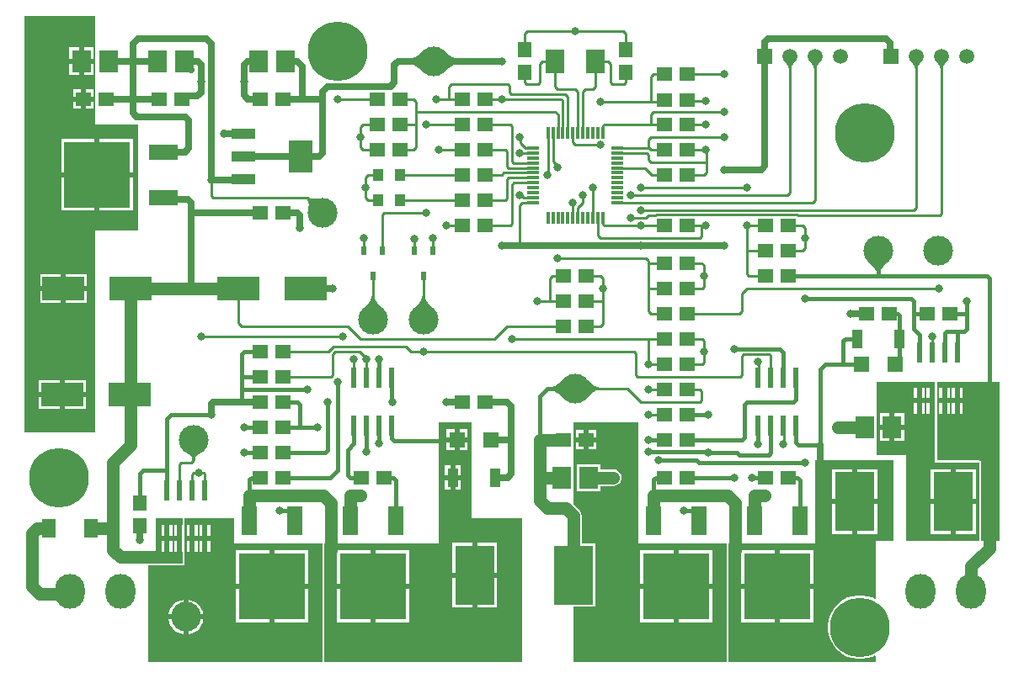
<source format=gtl>
G04*
G04 #@! TF.GenerationSoftware,Altium Limited,Altium Designer,23.3.1 (30)*
G04*
G04 Layer_Physical_Order=1*
G04 Layer_Color=255*
%FSLAX45Y45*%
%MOMM*%
G71*
G04*
G04 #@! TF.SameCoordinates,784FB100-AB39-434A-9190-0E81AD2A1C3A*
G04*
G04*
G04 #@! TF.FilePolarity,Positive*
G04*
G01*
G75*
%ADD10C,0.25400*%
%ADD19R,0.60000X2.15000*%
%ADD20R,1.52400X1.42240*%
%ADD21R,1.42240X1.52400*%
%ADD22R,4.00000X6.00000*%
%ADD23R,1.10000X1.95000*%
%ADD24R,1.19380X0.30480*%
%ADD25R,0.30480X1.19380*%
%ADD26R,1.00000X1.30000*%
%ADD27R,1.62560X1.62560*%
%ADD28R,0.60000X0.95000*%
%ADD29R,1.90000X2.40000*%
%ADD30R,1.95000X2.30000*%
%ADD31R,2.40000X1.00000*%
%ADD32R,2.40000X3.30000*%
%ADD33R,6.69999X6.70000*%
%ADD34R,3.00000X1.60000*%
%ADD35R,1.40000X1.95000*%
%ADD36R,4.20000X2.35000*%
%ADD37R,1.60000X3.00000*%
%ADD38R,6.70000X6.69999*%
%ADD62C,1.27000*%
%ADD63C,0.38100*%
%ADD64C,0.63500*%
%ADD65C,6.00000*%
%ADD66O,3.00000X3.50000*%
%ADD67C,3.00000*%
%ADD68C,1.50000*%
%ADD69R,1.50000X1.50000*%
%ADD70C,0.81280*%
G36*
X4286940Y6187082D02*
X4314530Y6163642D01*
X4327902Y6154120D01*
X4340991Y6146062D01*
X4353798Y6139470D01*
X4366322Y6134343D01*
X4378564Y6130680D01*
X4390524Y6128483D01*
X4402201Y6127750D01*
Y6064250D01*
X4390524Y6063517D01*
X4378564Y6061320D01*
X4366322Y6057657D01*
X4353798Y6052530D01*
X4340991Y6045938D01*
X4327902Y6037880D01*
X4314530Y6028358D01*
X4300876Y6017370D01*
X4272721Y5991000D01*
Y6201000D01*
X4286940Y6187082D01*
D02*
G37*
G36*
X4058479Y5991000D02*
X4044260Y6004918D01*
X4016670Y6028358D01*
X4003298Y6037880D01*
X3990209Y6045938D01*
X3977402Y6052530D01*
X3964878Y6057657D01*
X3952636Y6061320D01*
X3940676Y6063517D01*
X3928999Y6064250D01*
Y6127750D01*
X3940676Y6128483D01*
X3952636Y6130680D01*
X3964878Y6134343D01*
X3977402Y6139470D01*
X3990209Y6146062D01*
X4003298Y6154120D01*
X4016670Y6163642D01*
X4030324Y6174630D01*
X4058479Y6201000D01*
Y5991000D01*
D02*
G37*
G36*
X2911842Y4727020D02*
X2919850Y4721716D01*
X2928606Y4717469D01*
X2938107Y4714278D01*
X2948356Y4712143D01*
X2959351Y4711064D01*
X2971093Y4711042D01*
X2983582Y4712076D01*
X2996817Y4714167D01*
X3010799Y4717314D01*
X2902686Y4609201D01*
X2905833Y4623183D01*
X2907924Y4636418D01*
X2908958Y4648907D01*
X2908936Y4660649D01*
X2907857Y4671644D01*
X2905722Y4681893D01*
X2902531Y4691394D01*
X2898284Y4700150D01*
X2892980Y4708158D01*
X2886620Y4715420D01*
X2904580Y4733380D01*
X2911842Y4727020D01*
D02*
G37*
G36*
X4077623Y3725782D02*
X4080392Y3715950D01*
X4085007Y3705147D01*
X4091468Y3693371D01*
X4099775Y3680623D01*
X4109928Y3666902D01*
X4135772Y3636546D01*
X4169000Y3602302D01*
X3959000D01*
X3976537Y3619910D01*
X4018072Y3666902D01*
X4028225Y3680623D01*
X4036532Y3693371D01*
X4042993Y3705147D01*
X4047608Y3715950D01*
X4050377Y3725782D01*
X4051300Y3734642D01*
X4076700D01*
X4077623Y3725782D01*
D02*
G37*
G36*
X3569631Y3725855D02*
X3572422Y3715959D01*
X3577075Y3705156D01*
X3583589Y3693448D01*
X3591964Y3680834D01*
X3602200Y3667314D01*
X3628255Y3637556D01*
X3644074Y3621318D01*
X3661755Y3604174D01*
X3451789Y3600394D01*
X3469176Y3618471D01*
X3510356Y3666467D01*
X3520422Y3680386D01*
X3528658Y3693265D01*
X3535064Y3705105D01*
X3539640Y3715905D01*
X3542385Y3725666D01*
X3543300Y3734387D01*
X3568700Y3734846D01*
X3569631Y3725855D01*
D02*
G37*
G36*
X762000Y5461000D02*
X1193800D01*
Y4394200D01*
X762000D01*
Y2362200D01*
X50800Y2362200D01*
Y6553200D01*
X762000D01*
Y5461000D01*
D02*
G37*
G36*
X1805226Y2144732D02*
X1796837Y2139595D01*
X1789436Y2134022D01*
X1783021Y2128014D01*
X1777593Y2121571D01*
X1773152Y2114691D01*
X1769698Y2107377D01*
X1767231Y2099626D01*
X1765750Y2091440D01*
X1765257Y2082819D01*
X1739857D01*
X1739363Y2091440D01*
X1737883Y2099626D01*
X1735416Y2107377D01*
X1731962Y2114691D01*
X1727521Y2121571D01*
X1722093Y2128014D01*
X1715678Y2134022D01*
X1708276Y2139595D01*
X1699888Y2144732D01*
X1690512Y2149433D01*
X1814602D01*
X1805226Y2144732D01*
D02*
G37*
G36*
X1639834Y1425301D02*
X1635857D01*
Y1292401D01*
Y1159501D01*
X1639834D01*
Y1041400D01*
X1295400D01*
Y1168400D01*
X1371600D01*
Y1498600D01*
X1639834D01*
Y1425301D01*
D02*
G37*
G36*
X4546600Y1498600D02*
X5054600D01*
Y50800D01*
X3068718D01*
Y1244600D01*
X3200400Y1244600D01*
X4216400D01*
Y2463800D01*
X4546600D01*
Y1498600D01*
D02*
G37*
G36*
X2159000Y1244600D02*
X3047568D01*
Y1176312D01*
X3048000Y1173032D01*
Y50800D01*
X1295400D01*
Y1020357D01*
X1371600D01*
X1374071Y1020682D01*
X1639834D01*
X1647763Y1022259D01*
X1654484Y1026750D01*
X1658975Y1033472D01*
X1660552Y1041400D01*
X1661172D01*
Y1498600D01*
X2159000D01*
Y1244600D01*
D02*
G37*
G36*
X6223000Y1498600D02*
Y1244600D01*
X7111741D01*
Y1176484D01*
X7112000Y1174517D01*
Y50800D01*
X5574126D01*
Y603620D01*
X5789520D01*
Y1244260D01*
X5653743D01*
Y1525805D01*
X5650863Y1547686D01*
X5646639Y1557882D01*
X5642417Y1568077D01*
X5628981Y1585586D01*
X5574126Y1640442D01*
Y2463800D01*
X6223000D01*
Y1498600D01*
D02*
G37*
G36*
X5827461Y2788838D02*
X5818602Y2787915D01*
X5808770Y2785146D01*
X5797966Y2780531D01*
X5786190Y2774070D01*
X5773442Y2765763D01*
X5759722Y2755610D01*
X5729366Y2729766D01*
X5695121Y2696538D01*
Y2906538D01*
X5712730Y2889001D01*
X5759722Y2847466D01*
X5773442Y2837313D01*
X5786190Y2829006D01*
X5797966Y2822545D01*
X5808770Y2817930D01*
X5818602Y2815161D01*
X5827461Y2814238D01*
Y2788838D01*
D02*
G37*
G36*
X5349215Y2820588D02*
X5359066Y2821448D01*
X5369654Y2824026D01*
X5380979Y2828324D01*
X5393041Y2834340D01*
X5405839Y2842076D01*
X5419373Y2851530D01*
X5433645Y2862704D01*
X5464397Y2890208D01*
X5480879Y2906538D01*
Y2696538D01*
X5464397Y2712869D01*
X5419373Y2751546D01*
X5405839Y2761001D01*
X5393041Y2768736D01*
X5380979Y2774753D01*
X5369654Y2779050D01*
X5359066Y2781629D01*
X5349215Y2782488D01*
Y2820588D01*
D02*
G37*
G36*
X9855200Y1270000D02*
X9672718D01*
Y2057400D01*
X9671141Y2065328D01*
X9666650Y2072050D01*
X9659928Y2076541D01*
X9652000Y2078118D01*
X9227596D01*
Y2870200D01*
X9855200D01*
Y1270000D01*
D02*
G37*
G36*
X9204689Y2811400D02*
X9201461D01*
Y2678500D01*
X9176061D01*
D01*
X9201461D01*
Y2545600D01*
X9204689D01*
Y2057400D01*
X9652000D01*
Y1270000D01*
X8915400D01*
Y2133600D01*
X8619643D01*
Y2870200D01*
X9204689D01*
Y2811400D01*
D02*
G37*
G36*
X8788400Y1270000D02*
X8610600D01*
Y689827D01*
X8599771Y683191D01*
X8572960Y696852D01*
X8525009Y712433D01*
X8475210Y720320D01*
X8424790D01*
X8374992Y712433D01*
X8327040Y696852D01*
X8282116Y673962D01*
X8241326Y644326D01*
X8205674Y608674D01*
X8176038Y567884D01*
X8153148Y522960D01*
X8137567Y475008D01*
X8129680Y425210D01*
Y374790D01*
X8137567Y324991D01*
X8153148Y277040D01*
X8176038Y232116D01*
X8205674Y191326D01*
X8241326Y155674D01*
X8282116Y126038D01*
X8327040Y103148D01*
X8374992Y87567D01*
X8424790Y79680D01*
X8475210D01*
X8525009Y87567D01*
X8572960Y103148D01*
X8599771Y116809D01*
X8610600Y110173D01*
Y50800D01*
X7132718D01*
Y1174517D01*
X7132451Y1175857D01*
X7132541Y1177221D01*
X7132459Y1177842D01*
Y1244600D01*
X8001000D01*
Y2082800D01*
X8788400Y2082800D01*
Y1270000D01*
D02*
G37*
G36*
X9315938Y6085564D02*
X9303202Y6070972D01*
X9298028Y6064057D01*
X9293650Y6057394D01*
X9290068Y6050985D01*
X9287282Y6044830D01*
X9285292Y6038927D01*
X9284098Y6033279D01*
X9283700Y6027883D01*
X9258300D01*
X9257902Y6033279D01*
X9256708Y6038927D01*
X9254718Y6044830D01*
X9251932Y6050985D01*
X9248350Y6057394D01*
X9243972Y6064057D01*
X9238798Y6070972D01*
X9226062Y6085564D01*
X9218500Y6093239D01*
X9323500D01*
X9315938Y6085564D01*
D02*
G37*
G36*
X9061938D02*
X9049202Y6070972D01*
X9044028Y6064057D01*
X9039650Y6057394D01*
X9036068Y6050985D01*
X9033282Y6044830D01*
X9031292Y6038927D01*
X9030098Y6033279D01*
X9029700Y6027883D01*
X9004300D01*
X9003902Y6033279D01*
X9002708Y6038927D01*
X9000718Y6044830D01*
X8997932Y6050985D01*
X8994350Y6057394D01*
X8989972Y6064057D01*
X8984798Y6070972D01*
X8972062Y6085564D01*
X8964500Y6093239D01*
X9069500D01*
X9061938Y6085564D01*
D02*
G37*
G36*
X7791938D02*
X7779202Y6070972D01*
X7774028Y6064057D01*
X7769650Y6057394D01*
X7766068Y6050985D01*
X7763282Y6044830D01*
X7761292Y6038927D01*
X7760098Y6033279D01*
X7759700Y6027883D01*
X7734300D01*
X7733902Y6033279D01*
X7732708Y6038927D01*
X7730718Y6044830D01*
X7727932Y6050985D01*
X7724350Y6057394D01*
X7719972Y6064057D01*
X7714798Y6070972D01*
X7702062Y6085564D01*
X7694500Y6093239D01*
X7799500D01*
X7791938Y6085564D01*
D02*
G37*
G36*
X8053256Y6093002D02*
X8045676Y6085374D01*
X8032909Y6070860D01*
X8027723Y6063972D01*
X8023334Y6057331D01*
X8019743Y6050937D01*
X8016951Y6044789D01*
X8014956Y6038888D01*
X8013759Y6033233D01*
X8013360Y6027825D01*
X7987960Y6027942D01*
X7987563Y6033325D01*
X7986372Y6038969D01*
X7984387Y6044872D01*
X7981608Y6051035D01*
X7978034Y6057459D01*
X7973667Y6064142D01*
X7968506Y6071086D01*
X7955801Y6085754D01*
X7948258Y6093478D01*
X8053256Y6093002D01*
D02*
G37*
G36*
X8724669Y4067697D02*
X8662786Y3998679D01*
X8658488Y3991854D01*
X8655910Y3986366D01*
X8655050Y3982215D01*
X8616950D01*
X8616090Y3986366D01*
X8613512Y3991854D01*
X8609214Y3998679D01*
X8603198Y4006841D01*
X8586008Y4027173D01*
X8547331Y4067697D01*
X8531000Y4083879D01*
X8741000D01*
X8724669Y4067697D01*
D02*
G37*
%LPC*%
G36*
X747400Y6236400D02*
X649900D01*
Y6121400D01*
X747400D01*
Y6236400D01*
D02*
G37*
G36*
X599100D02*
X501600D01*
Y6121400D01*
X599100D01*
Y6236400D01*
D02*
G37*
G36*
X747400Y6070600D02*
X649900D01*
Y5955600D01*
X747400D01*
Y6070600D01*
D02*
G37*
G36*
X599100D02*
X501600D01*
Y5955600D01*
X599100D01*
Y6070600D01*
D02*
G37*
G36*
X749300Y5811520D02*
X673100D01*
Y5740400D01*
X749300D01*
Y5811520D01*
D02*
G37*
G36*
X622300D02*
X546100D01*
Y5740400D01*
X622300D01*
Y5811520D01*
D02*
G37*
G36*
X749300Y5689600D02*
X673100D01*
Y5618480D01*
X749300D01*
Y5689600D01*
D02*
G37*
G36*
X622300D02*
X546100D01*
Y5618480D01*
X622300D01*
Y5689600D01*
D02*
G37*
G36*
X1142554Y5313400D02*
X807554D01*
Y4978400D01*
X1142554D01*
Y5313400D01*
D02*
G37*
G36*
X756754D02*
X421755D01*
Y4978400D01*
X756754D01*
Y5313400D01*
D02*
G37*
G36*
X1142554Y4927600D02*
X807554D01*
Y4592600D01*
X1142554D01*
Y4927600D01*
D02*
G37*
G36*
X756754D02*
X421755D01*
Y4592600D01*
X756754D01*
Y4927600D01*
D02*
G37*
G36*
X680054Y3952900D02*
X470054D01*
Y3835400D01*
X680054D01*
Y3952900D01*
D02*
G37*
G36*
X419254D02*
X209255D01*
Y3835400D01*
X419254D01*
Y3952900D01*
D02*
G37*
G36*
X680054Y3784600D02*
X470054D01*
Y3667100D01*
X680054D01*
Y3784600D01*
D02*
G37*
G36*
X419254D02*
X209255D01*
Y3667100D01*
X419254D01*
Y3784600D01*
D02*
G37*
G36*
X668400Y2884380D02*
X458400D01*
Y2766880D01*
X668400D01*
Y2884380D01*
D02*
G37*
G36*
X407600D02*
X197600D01*
Y2766880D01*
X407600D01*
Y2884380D01*
D02*
G37*
G36*
X668400Y2716080D02*
X458400D01*
Y2598580D01*
X668400D01*
Y2716080D01*
D02*
G37*
G36*
X407600D02*
X197600D01*
Y2598580D01*
X407600D01*
Y2716080D01*
D02*
G37*
G36*
X1538856Y1425301D02*
X1508857D01*
Y1317801D01*
X1538856D01*
Y1425301D01*
D02*
G37*
G36*
X1458057D02*
X1428057D01*
Y1317801D01*
X1458057D01*
Y1425301D01*
D02*
G37*
G36*
X1585057D02*
X1555057D01*
Y1317801D01*
X1585057D01*
Y1425301D01*
D02*
G37*
G36*
Y1267001D02*
X1555057D01*
Y1159501D01*
X1585057D01*
Y1267001D01*
D02*
G37*
G36*
X1538856D02*
X1508857D01*
Y1159501D01*
X1538856D01*
Y1267001D01*
D02*
G37*
G36*
X1458057D02*
X1428057D01*
Y1159501D01*
X1458057D01*
Y1267001D01*
D02*
G37*
G36*
X4508500Y2392680D02*
X4427220D01*
Y2311400D01*
X4508500D01*
Y2392680D01*
D02*
G37*
G36*
X4376420D02*
X4295140D01*
Y2311400D01*
X4376420D01*
Y2392680D01*
D02*
G37*
G36*
X4508500Y2260600D02*
X4427220D01*
Y2179320D01*
X4508500D01*
Y2260600D01*
D02*
G37*
G36*
X4376420D02*
X4295140D01*
Y2179320D01*
X4376420D01*
Y2260600D01*
D02*
G37*
G36*
X4437400Y2027900D02*
X4382400D01*
Y1930400D01*
X4437400D01*
Y2027900D01*
D02*
G37*
G36*
X4331600D02*
X4276600D01*
Y1930400D01*
X4331600D01*
Y2027900D01*
D02*
G37*
G36*
X4437400Y1879600D02*
X4382400D01*
Y1782100D01*
X4437400D01*
Y1879600D01*
D02*
G37*
G36*
X4331600D02*
X4276600D01*
Y1782100D01*
X4331600D01*
Y1879600D01*
D02*
G37*
G36*
X4804600Y1249340D02*
X4604600D01*
Y949340D01*
X4804600D01*
Y1249340D01*
D02*
G37*
G36*
X4553800D02*
X4353800D01*
Y949340D01*
X4553800D01*
Y1249340D01*
D02*
G37*
G36*
X3916400Y1170899D02*
X3581400D01*
Y835900D01*
X3916400D01*
Y1170899D01*
D02*
G37*
G36*
X3530600D02*
X3195600D01*
Y835900D01*
X3530600D01*
Y1170899D01*
D02*
G37*
G36*
X4804600Y898540D02*
X4604600D01*
Y598540D01*
X4804600D01*
Y898540D01*
D02*
G37*
G36*
X4553800D02*
X4353800D01*
Y598540D01*
X4553800D01*
Y898540D01*
D02*
G37*
G36*
X3916400Y785100D02*
X3581400D01*
Y450101D01*
X3916400D01*
Y785100D01*
D02*
G37*
G36*
X3530600D02*
X3195600D01*
Y450101D01*
X3530600D01*
Y785100D01*
D02*
G37*
G36*
X1919856Y1425301D02*
X1889857D01*
Y1317801D01*
X1919856D01*
Y1425301D01*
D02*
G37*
G36*
X1792856D02*
X1762857D01*
Y1317801D01*
X1792856D01*
Y1425301D01*
D02*
G37*
G36*
X1839057D02*
X1809057D01*
Y1317801D01*
X1839057D01*
Y1425301D01*
D02*
G37*
G36*
X1712057D02*
X1682057D01*
Y1317801D01*
X1712057D01*
Y1425301D01*
D02*
G37*
G36*
X1919856Y1267001D02*
X1889857D01*
Y1159501D01*
X1919856D01*
Y1267001D01*
D02*
G37*
G36*
X1839057D02*
X1809057D01*
Y1159501D01*
X1839057D01*
Y1267001D01*
D02*
G37*
G36*
X1792856D02*
X1762857D01*
Y1159501D01*
X1792856D01*
Y1267001D01*
D02*
G37*
G36*
X1712057D02*
X1682057D01*
Y1159501D01*
X1712057D01*
Y1267001D01*
D02*
G37*
G36*
X2900400Y1170899D02*
X2565400D01*
Y835900D01*
X2900400D01*
Y1170899D01*
D02*
G37*
G36*
X2514600D02*
X2179600D01*
Y835900D01*
X2514600D01*
Y1170899D01*
D02*
G37*
G36*
X1699357Y676062D02*
Y527678D01*
X1847740D01*
X1842616Y553440D01*
X1829394Y585361D01*
X1810199Y614089D01*
X1785767Y638520D01*
X1757039Y657715D01*
X1725119Y670937D01*
X1699357Y676062D01*
D02*
G37*
G36*
X1648557D02*
X1622794Y670937D01*
X1590874Y657715D01*
X1562146Y638520D01*
X1537714Y614089D01*
X1518519Y585361D01*
X1505297Y553440D01*
X1500173Y527678D01*
X1648557D01*
Y676062D01*
D02*
G37*
G36*
X2900400Y785100D02*
X2565400D01*
Y450101D01*
X2900400D01*
Y785100D01*
D02*
G37*
G36*
X2514600D02*
X2179600D01*
Y450101D01*
X2514600D01*
Y785100D01*
D02*
G37*
G36*
X1847740Y476878D02*
X1699357D01*
Y328494D01*
X1725119Y333619D01*
X1757039Y346841D01*
X1785767Y366036D01*
X1810199Y390467D01*
X1829394Y419195D01*
X1842616Y451116D01*
X1847740Y476878D01*
D02*
G37*
G36*
X1648557D02*
X1500173D01*
X1505297Y451116D01*
X1518519Y419195D01*
X1537714Y390467D01*
X1562146Y366036D01*
X1590874Y346841D01*
X1622794Y333619D01*
X1648557Y328494D01*
Y476878D01*
D02*
G37*
G36*
X5803900Y2382520D02*
X5727700D01*
Y2311400D01*
X5803900D01*
Y2382520D01*
D02*
G37*
G36*
X5676900D02*
X5600700D01*
Y2311400D01*
X5676900D01*
Y2382520D01*
D02*
G37*
G36*
X5803900Y2260600D02*
X5727700D01*
Y2189480D01*
X5803900D01*
Y2260600D01*
D02*
G37*
G36*
X5676900D02*
X5600700D01*
Y2189480D01*
X5676900D01*
Y2260600D01*
D02*
G37*
G36*
X5843320Y2036339D02*
X5607680D01*
Y1765699D01*
X5843320D01*
Y1820457D01*
X5969000D01*
X5990881Y1823337D01*
X6011272Y1831783D01*
X6028781Y1845219D01*
X6042217Y1862728D01*
X6050663Y1883119D01*
X6053543Y1905000D01*
X6050663Y1926881D01*
X6042217Y1947272D01*
X6028781Y1964781D01*
X6011272Y1978217D01*
X5990881Y1986663D01*
X5969000Y1989543D01*
X5843320D01*
Y2036339D01*
D02*
G37*
G36*
X6964400Y1170899D02*
X6629400D01*
Y835900D01*
X6964400D01*
Y1170899D01*
D02*
G37*
G36*
X6578600D02*
X6243600D01*
Y835900D01*
X6578600D01*
Y1170899D01*
D02*
G37*
G36*
X6964400Y785100D02*
X6629400D01*
Y450101D01*
X6964400D01*
Y785100D01*
D02*
G37*
G36*
X6578600D02*
X6243600D01*
Y450101D01*
X6578600D01*
Y785100D01*
D02*
G37*
G36*
X9358461Y2811400D02*
X9328461D01*
Y2703900D01*
X9358461D01*
Y2811400D01*
D02*
G37*
G36*
X9485461D02*
X9455461D01*
Y2703900D01*
X9485461D01*
Y2811400D01*
D02*
G37*
G36*
X9277661D02*
X9247661D01*
Y2703900D01*
X9277661D01*
Y2811400D01*
D02*
G37*
G36*
X9404661D02*
X9374661D01*
Y2703900D01*
X9404661D01*
Y2811400D01*
D02*
G37*
G36*
X9485461Y2653100D02*
X9455461D01*
Y2545600D01*
X9485461D01*
Y2653100D01*
D02*
G37*
G36*
X9404661D02*
X9374661D01*
Y2545600D01*
X9404661D01*
Y2653100D01*
D02*
G37*
G36*
X9358461D02*
X9328461D01*
Y2545600D01*
X9358461D01*
Y2653100D01*
D02*
G37*
G36*
X9277661D02*
X9247661D01*
Y2545600D01*
X9277661D01*
Y2653100D01*
D02*
G37*
G36*
X9104461Y2811400D02*
X9074461D01*
Y2703900D01*
X9104461D01*
Y2811400D01*
D02*
G37*
G36*
X9150661D02*
X9120661D01*
Y2703900D01*
X9150661D01*
Y2811400D01*
D02*
G37*
G36*
X9023661D02*
X8993661D01*
Y2703900D01*
X9023661D01*
Y2811400D01*
D02*
G37*
G36*
X9150661Y2653100D02*
X9120661D01*
Y2545600D01*
X9150661D01*
Y2653100D01*
D02*
G37*
G36*
X9104461D02*
X9074461D01*
Y2545600D01*
X9104461D01*
Y2653100D01*
D02*
G37*
G36*
X9023661D02*
X8993661D01*
Y2545600D01*
X9023661D01*
Y2653100D01*
D02*
G37*
G36*
X8896400Y2553400D02*
X8798900D01*
Y2438400D01*
X8896400D01*
Y2553400D01*
D02*
G37*
G36*
X8748100D02*
X8650600D01*
Y2438400D01*
X8748100D01*
Y2553400D01*
D02*
G37*
G36*
X8896400Y2387600D02*
X8798900D01*
Y2272600D01*
X8896400D01*
Y2387600D01*
D02*
G37*
G36*
X8748100D02*
X8650600D01*
Y2272600D01*
X8748100D01*
Y2387600D01*
D02*
G37*
G36*
X9614800Y1989100D02*
X9414800D01*
Y1689100D01*
X9614800D01*
Y1989100D01*
D02*
G37*
G36*
X9364000D02*
X9164000D01*
Y1689100D01*
X9364000D01*
Y1989100D01*
D02*
G37*
G36*
X9614800Y1638300D02*
X9414800D01*
Y1338300D01*
X9614800D01*
Y1638300D01*
D02*
G37*
G36*
X9364000D02*
X9164000D01*
Y1338300D01*
X9364000D01*
Y1638300D01*
D02*
G37*
G36*
X8624800Y1989100D02*
X8424800D01*
Y1689100D01*
X8624800D01*
Y1989100D01*
D02*
G37*
G36*
X8374000D02*
X8174000D01*
Y1689100D01*
X8374000D01*
Y1989100D01*
D02*
G37*
G36*
X8624800Y1638300D02*
X8424800D01*
Y1338300D01*
X8624800D01*
Y1638300D01*
D02*
G37*
G36*
X8374000D02*
X8174000D01*
Y1338300D01*
X8374000D01*
Y1638300D01*
D02*
G37*
G36*
X7980400Y1170899D02*
X7645400D01*
Y835900D01*
X7980400D01*
Y1170899D01*
D02*
G37*
G36*
X7594600D02*
X7259600D01*
Y835900D01*
X7594600D01*
Y1170899D01*
D02*
G37*
G36*
X7980400Y785100D02*
X7645400D01*
Y450101D01*
X7980400D01*
Y785100D01*
D02*
G37*
G36*
X7594600D02*
X7259600D01*
Y450101D01*
X7594600D01*
Y785100D01*
D02*
G37*
%LPD*%
D10*
X3326000Y1475500D02*
X3327400Y1476900D01*
X8000660Y4698660D02*
Y6146460D01*
X7975260Y4673260D02*
X8000660Y4698660D01*
X6015880Y4673260D02*
X7975260D01*
X6015540Y4672920D02*
X6015880Y4673260D01*
X8000660Y6146460D02*
X8001000Y6146800D01*
X7721600Y4749800D02*
X7747000Y4775200D01*
X6146800Y4749800D02*
X7721600D01*
X7747000Y4775200D02*
Y6146800D01*
X6248400Y4826000D02*
X7315200D01*
X9017000Y4622800D02*
Y6146800D01*
X8991600Y4597400D02*
X9017000Y4622800D01*
X6248400Y4597400D02*
X8991600D01*
X9256121Y4546600D02*
X9271000Y4561479D01*
X6324600Y4546600D02*
X6397283D01*
X6399823Y4549140D01*
X7824177D01*
X9271000Y4561479D02*
Y6146800D01*
X7824177Y4549140D02*
X7826717Y4546600D01*
X9256121D01*
X5088504Y5223896D02*
X5164564D01*
X5165540Y5222920D01*
X5039892Y5272508D02*
X5088504Y5223896D01*
X5039892Y5272508D02*
Y5323308D01*
X4686300Y5207000D02*
X4887321D01*
X4686300Y5461000D02*
X4936863D01*
X4902200Y5037799D02*
Y5192121D01*
X4887321Y5207000D02*
X4902200Y5192121D01*
X5025432Y5172920D02*
X5165540D01*
X4936863Y5461000D02*
X4951742Y5446121D01*
X4902200Y5037799D02*
X4917079Y5022920D01*
X5025402Y5172951D02*
X5025432Y5172920D01*
X4951742Y5089057D02*
X4967879Y5072920D01*
X4951742Y5089057D02*
Y5446121D01*
X5029200Y5334000D02*
X5039892Y5323308D01*
X3364092Y2910908D02*
Y3092576D01*
X3362684Y3093984D02*
X3364092Y3092576D01*
Y2910908D02*
X3365500Y2909500D01*
X4064000Y3175000D02*
X6182721D01*
X6197600Y2935879D02*
Y3160121D01*
X3937000Y3175000D02*
X4064000D01*
X6182721D02*
X6197600Y3160121D01*
X3886200Y3225800D02*
X3937000Y3175000D01*
X3154740Y3225800D02*
X3886200D01*
X7734300Y3937000D02*
X7739009Y3932291D01*
X4159751Y4192751D02*
Y4314194D01*
X4159000Y4192000D02*
X4159751Y4192751D01*
Y4314194D02*
X4160502Y4314945D01*
X3460987Y4192013D02*
X3461000Y4192000D01*
X3460974Y4317326D02*
X3460987Y4317313D01*
Y4192013D02*
Y4317313D01*
X3969000Y4192000D02*
X3969572Y4192571D01*
Y4310629D02*
X3970143Y4311200D01*
X3969572Y4192571D02*
Y4310629D01*
X6718300Y5969000D02*
X7086600D01*
X6720125Y5700475D02*
X6902574D01*
X6718300Y5702300D02*
X6720125Y5700475D01*
X6718300Y5461000D02*
X6721601Y5457699D01*
X6718300Y5207000D02*
X6721601Y5203699D01*
X6903843D01*
X6908800Y5080000D02*
Y5198742D01*
X6903843Y5203699D02*
X6908800Y5198742D01*
X6721601Y5457699D02*
X6903843D01*
X6903273Y4445000D02*
X6904920Y4443354D01*
X6858000Y4445000D02*
X6903273D01*
X6299200Y4521200D02*
X6324600Y4546600D01*
X7429886Y3068877D02*
X7430272Y3069263D01*
X7429500Y2909500D02*
X7429886Y2909886D01*
Y3068877D01*
X6096000Y5882279D02*
Y5981700D01*
X5943600Y5882279D02*
Y6070600D01*
Y5882279D02*
X5958479Y5867400D01*
X6081121D01*
X6096000Y5882279D01*
X5080000D02*
X5094879Y5867400D01*
X5217521D01*
X5232400Y5882279D02*
Y6070600D01*
X5217521Y5867400D02*
X5232400Y5882279D01*
X5080000D02*
Y5981700D01*
X7315200Y3810000D02*
X9245600D01*
X7264400Y3759200D02*
X7315200Y3810000D01*
X7264400Y3581400D02*
Y3759200D01*
X7239000Y3556000D02*
X7264400Y3581400D01*
X6718300Y3556000D02*
X7239000D01*
X9175955Y3163606D02*
Y3329447D01*
Y3163606D02*
X9176061Y3163500D01*
X9175850Y3329552D02*
X9175955Y3329447D01*
X3200400Y5715000D02*
X3600804D01*
X2202500Y3461700D02*
Y3810000D01*
X2235200Y3429000D02*
X3302000D01*
X2202500Y3461700D02*
X2235200Y3429000D01*
X6858000Y4332879D02*
Y4445000D01*
X6883400Y3175000D02*
Y3287121D01*
Y3062879D02*
Y3175000D01*
X4851400Y5715000D02*
X5450661D01*
X4686300D02*
X4851400D01*
X4292600Y4445000D02*
X4457700D01*
X7683500Y2424500D02*
X7684662Y2423338D01*
Y2243832D02*
Y2423338D01*
Y2243832D02*
X7685824Y2242671D01*
X3175000Y3175000D02*
X3416676D01*
X3489276Y3102400D01*
X3149600Y3149600D02*
X3175000Y3175000D01*
X3149600Y2935879D02*
Y3149600D01*
X3490888Y2911112D02*
X3492500Y2909500D01*
X3490888Y2911112D02*
Y3100788D01*
X6197600Y2935879D02*
X6212479Y2921000D01*
X7249521D01*
X7264400Y3134721D02*
X7279279Y3149600D01*
X7541621D01*
X7556500Y3134721D01*
X7264400Y2935879D02*
Y3134721D01*
X7556500Y2909500D02*
Y3134721D01*
X7249521Y2921000D02*
X7264400Y2935879D01*
X6324600Y3048000D02*
Y3302000D01*
Y3048000D02*
X6489700D01*
X6324600Y3302000D02*
X6489700D01*
X4953000D02*
X6324600D01*
Y2794000D02*
X6489700D01*
X3429000Y3302000D02*
X4775200D01*
X4902200Y3429000D01*
X5473700D01*
X6113862Y2801538D02*
X6248400Y2667000D01*
X5588000Y2801538D02*
X6113862D01*
X6248400Y2667000D02*
X6843121D01*
X7390000Y1475500D02*
X7391400Y1476900D01*
X6843121Y2667000D02*
X6858000Y2681879D01*
X6843121Y2794000D02*
X6858000Y2779121D01*
X6718300Y2794000D02*
X6843121D01*
X6858000Y2681879D02*
Y2779121D01*
X6718300Y3048000D02*
X6868521D01*
X6883400Y3062879D01*
X6868521Y3302000D02*
X6883400Y3287121D01*
X6718300Y3302000D02*
X6868521D01*
X6324600Y2540000D02*
X6489700D01*
X1930400Y4739279D02*
Y4902200D01*
X2895600Y4724400D02*
X3048000Y4572000D01*
X1945279Y4724400D02*
X2895600D01*
X1930400Y4739279D02*
X1945279Y4724400D01*
X2654300Y3175000D02*
X3103940D01*
X3154740Y3225800D01*
X2654300Y2921000D02*
X3134721D01*
X3149600Y2935879D01*
X3302000Y3429000D02*
X3429000Y3302000D01*
X1828800Y3327400D02*
X3251200D01*
X4064000Y3495180D02*
Y3937000D01*
X6375400Y5588000D02*
X7086600D01*
X6248400Y4445000D02*
X6489700D01*
X5880419D02*
X6248400D01*
X6350000Y5334000D02*
X7086600D01*
X5842000Y4318000D02*
X6843121D01*
X5815540Y4344460D02*
Y4522920D01*
X6843121Y4318000D02*
X6858000Y4332879D01*
X5815540Y4344460D02*
X5842000Y4318000D01*
X6324600Y3581400D02*
X6350000Y3556000D01*
X6324600Y3581400D02*
Y3810000D01*
X6350000Y3556000D02*
X6489700D01*
X6483350Y3041650D02*
X6489700Y3048000D01*
X5029200Y4648200D02*
X5053920Y4672920D01*
X5029200Y4241800D02*
Y4648200D01*
X5410200Y4114800D02*
X6299200D01*
X6324600Y4064000D02*
Y4089400D01*
X6299200Y4114800D02*
X6324600Y4089400D01*
Y3810000D02*
X6512226D01*
X6324600D02*
Y4064000D01*
X6489700D01*
X5865540Y4459879D02*
Y4522920D01*
Y4459879D02*
X5880419Y4445000D01*
X5053920Y4672920D02*
X5165540D01*
X5163800Y4724660D02*
X5165540Y4722920D01*
X5044321Y4749800D02*
X5069461Y4724660D01*
X5163800D01*
X5029200Y4749800D02*
X5044321D01*
X4912721Y5867400D02*
X4927600Y5852521D01*
X4343400Y5867400D02*
X4912721D01*
X4942479Y5765800D02*
X5486400D01*
X4927600Y5780679D02*
Y5852521D01*
Y5780679D02*
X4942479Y5765800D01*
X3556000Y3497880D02*
X3558700Y3495180D01*
X3556000Y3497880D02*
Y3937000D01*
X3651000Y4192000D02*
Y4557121D01*
X3665879Y4572000D01*
X4089400D01*
X1610457Y1777401D02*
Y2042257D01*
X1727138Y2057400D02*
X1752557Y2082819D01*
X1610457Y2042257D02*
X1625600Y2057400D01*
X1727138D01*
X1803400Y1955800D02*
X1854200D01*
X3429000Y5334000D02*
Y5435600D01*
Y5232400D02*
Y5334000D01*
X1854200Y1955800D02*
X1864457Y1945543D01*
Y1777401D02*
Y1945543D01*
X1752600Y1955800D02*
X1803400D01*
X1737457Y1777401D02*
Y1940657D01*
X1752600Y1955800D01*
X1752557Y2082819D02*
Y2286000D01*
X3454400Y5461000D02*
X3600804D01*
X3429000Y5435600D02*
X3454400Y5461000D01*
X3429000Y5232400D02*
X3454400Y5207000D01*
X3600804D01*
X7899400Y4216400D02*
Y4318000D01*
X7734300Y4191000D02*
X7874000D01*
X7899400Y4216400D01*
Y4318000D02*
Y4419600D01*
X7874000Y4445000D02*
X7899400Y4419600D01*
X7734300Y4445000D02*
X7874000D01*
X6146800Y4521200D02*
X6299200D01*
X7315200Y4191000D02*
Y4445000D01*
X7505700D01*
X7315200Y3951879D02*
X7330079Y3937000D01*
X7315200Y3951879D02*
Y4191000D01*
X7330079Y3937000D02*
X7505700D01*
X7315200Y4191000D02*
X7505700D01*
X6290601Y5022920D02*
X6360521Y4953000D01*
X6489700D01*
X5308600D02*
X5315540Y4959940D01*
Y5372920D01*
X5365540Y5088981D02*
Y5372920D01*
Y5088981D02*
X5410200Y5044321D01*
Y5029200D02*
Y5044321D01*
X6868521Y3810000D02*
X6883400Y3824879D01*
Y3937000D01*
X6718300Y3810000D02*
X6868521D01*
X6880860Y3939540D02*
Y4041140D01*
X6718300Y4064000D02*
X6858000D01*
X6880860Y4041140D01*
Y3939540D02*
X6883400Y3937000D01*
X5565540Y5280260D02*
Y5372920D01*
Y5280260D02*
X5588000Y5257800D01*
X5836415D01*
X5334000Y3683000D02*
X5473700D01*
X5207000D02*
X5334000D01*
Y3911600D01*
X5359400Y3937000D01*
X5473700D01*
X5867400Y3683000D02*
Y3810000D01*
Y3454400D02*
Y3683000D01*
X5702300D02*
X5867400D01*
X5702300Y3429000D02*
X5842000D01*
X5867400Y3454400D01*
X5702300Y3937000D02*
X5842000D01*
X5867400Y3810000D02*
Y3911600D01*
X5842000Y3937000D02*
X5867400Y3911600D01*
X6908800Y4978400D02*
Y5080000D01*
X6883400Y4953000D02*
X6908800Y4978400D01*
X6718300Y4953000D02*
X6883400D01*
X5765670Y4825870D02*
X5765800Y4826000D01*
X5765670Y4523050D02*
Y4825870D01*
X5615540Y4620710D02*
X5664200Y4669370D01*
Y4749800D01*
X5615540Y4522920D02*
Y4620710D01*
X5564070Y4524390D02*
X5565540Y4522920D01*
X5564070Y4524390D02*
Y4672130D01*
X5562600Y4673600D02*
X5564070Y4672130D01*
X6718300Y4445000D02*
X6858000D01*
X5765540Y4522920D02*
X5765670Y4523050D01*
X3987800Y5588000D02*
Y5689600D01*
Y5461000D02*
Y5588000D01*
Y5232400D02*
Y5461000D01*
X3829404D02*
X3987800D01*
X3829404Y5207000D02*
X3962400D01*
X3987800Y5232400D01*
X3829404Y5715000D02*
X3962400D01*
X3987800Y5689600D01*
Y5588000D02*
X5384800D01*
X5415540Y5557260D01*
Y5372920D02*
Y5557260D01*
X4089400Y5461000D02*
X4457700D01*
X4216400Y5207000D02*
X4457700D01*
X3825104Y4699000D02*
X4457700D01*
X3825104Y4953000D02*
X4457700D01*
X3479800Y4724400D02*
X3505200Y4699000D01*
X3479800Y4724400D02*
Y4826000D01*
X3505200Y4699000D02*
X3605104D01*
X3479800Y4826000D02*
Y4927600D01*
X3505200Y4953000D01*
X3605104D01*
X4318000Y5715000D02*
Y5842000D01*
Y5715000D02*
X4457700D01*
X4191000D02*
X4318000D01*
Y5842000D02*
X4343400Y5867400D01*
X5486400Y5765800D02*
X5515540Y5736660D01*
Y5372920D02*
Y5736660D01*
X5465540Y5372920D02*
Y5700121D01*
X5450661Y5715000D02*
X5465540Y5700121D01*
X5615540Y5372920D02*
Y5789060D01*
X5665540Y5792540D02*
X5691400Y5818400D01*
X5665540Y5372920D02*
Y5792540D01*
X5691400Y5818400D02*
X5767600D01*
X5586200Y5818400D02*
X5615540Y5789060D01*
X6324600Y5222920D02*
X6334080D01*
X6015540D02*
X6324600D01*
Y5308600D01*
X6350000Y5334000D01*
Y5461000D02*
X6489700D01*
X5880419D02*
X6350000D01*
Y5562600D02*
X6375400Y5588000D01*
X6350000Y5461000D02*
Y5562600D01*
Y5689600D02*
X6477000D01*
X5842000D02*
X6350000D01*
Y5943600D01*
X6375400Y5969000D01*
X6489700D01*
X6477000Y5689600D02*
X6489700Y5702300D01*
X5836415Y5257800D02*
X5841273Y5252942D01*
X5865540Y5446121D02*
X5880419Y5461000D01*
X5865540Y5372920D02*
Y5446121D01*
X6350000Y5080000D02*
X6908800D01*
X6324600Y5105400D02*
X6350000Y5080000D01*
X6324600Y5105400D02*
Y5156200D01*
X6015540Y5172920D02*
X6307880D01*
X6324600Y5156200D01*
X6350000Y5207000D02*
X6489700D01*
X6334080Y5222920D02*
X6350000Y5207000D01*
X6015540Y5022920D02*
X6290601D01*
X4967879Y5072920D02*
X5165540D01*
X4917079Y5022920D02*
X5165540D01*
X4953000Y4459879D02*
Y4851400D01*
X4974520Y4872920D02*
X5165540D01*
X4953000Y4851400D02*
X4974520Y4872920D01*
X4686300Y4445000D02*
X4938121D01*
X4953000Y4459879D01*
X4902200Y4908041D02*
X4917079Y4922920D01*
X4902200Y4713879D02*
Y4908041D01*
X4851400Y4953000D02*
X4871320Y4972920D01*
X4917079Y4922920D02*
X5165540D01*
X4686300Y4953000D02*
X4851400D01*
X4871320Y4972920D02*
X5165540D01*
X4686300Y4699000D02*
X4887321D01*
X4902200Y4713879D01*
X5564070Y4521450D02*
X5565540Y4522920D01*
X5408400Y5818400D02*
X5586200D01*
X5383000Y5843800D02*
X5408400Y5818400D01*
X5383000Y5843800D02*
Y6096000D01*
X5793000Y5843800D02*
Y6096000D01*
X5767600Y5818400D02*
X5793000Y5843800D01*
X5257800Y6096000D02*
X5383000D01*
X5232400Y6070600D02*
X5257800Y6096000D01*
X5918200D02*
X5943600Y6070600D01*
X5793000Y6096000D02*
X5918200D01*
X5588000Y6400800D02*
X6070600D01*
X5105400D02*
X5588000D01*
X6096000Y6210300D02*
Y6375400D01*
X6070600Y6400800D02*
X6096000Y6375400D01*
X5080000D02*
X5105400Y6400800D01*
X5080000Y6210300D02*
Y6375400D01*
D19*
X3746500Y2909500D02*
D03*
X3619500D02*
D03*
X3492500D02*
D03*
X3365500D02*
D03*
X3746500Y2424500D02*
D03*
X3619500D02*
D03*
X3492500D02*
D03*
X3365500D02*
D03*
X9049061Y2678500D02*
D03*
X9176061D02*
D03*
X9303061D02*
D03*
X9430061D02*
D03*
X9049061Y3163500D02*
D03*
X9176061D02*
D03*
X9303061D02*
D03*
X9430061D02*
D03*
X1864457Y1777401D02*
D03*
X1737457D02*
D03*
X1610457D02*
D03*
X1483457D02*
D03*
X1864457Y1292401D02*
D03*
X1737457D02*
D03*
X1610457D02*
D03*
X1483457D02*
D03*
X7429500Y2424500D02*
D03*
X7556500D02*
D03*
X7683500D02*
D03*
X7810500D02*
D03*
X7429500Y2909500D02*
D03*
X7556500D02*
D03*
X7683500D02*
D03*
X7810500D02*
D03*
D20*
X6718300Y5969000D02*
D03*
X6489700D02*
D03*
Y4445000D02*
D03*
X6718300D02*
D03*
X7734300D02*
D03*
X7505700D02*
D03*
Y4191000D02*
D03*
X7734300D02*
D03*
Y3937000D02*
D03*
X7505700D02*
D03*
X5702300Y3429000D02*
D03*
X5473700D02*
D03*
Y3683000D02*
D03*
X5702300D02*
D03*
Y3937000D02*
D03*
X5473700D02*
D03*
X6489700Y3302000D02*
D03*
X6718300D02*
D03*
X6489700Y2794000D02*
D03*
X6718300D02*
D03*
Y3048000D02*
D03*
X6489700D02*
D03*
X9125261Y3556000D02*
D03*
X9353861D02*
D03*
X6489700D02*
D03*
X6718300D02*
D03*
X3829404Y5207000D02*
D03*
X3600804D02*
D03*
X3829404Y5715000D02*
D03*
X3600804D02*
D03*
Y5461000D02*
D03*
X3829404D02*
D03*
X6718300Y5702300D02*
D03*
X6489700D02*
D03*
X4457700Y2667000D02*
D03*
X4686300D02*
D03*
X2654300Y2921000D02*
D03*
X2425700D02*
D03*
X2654300Y3175000D02*
D03*
X2425700D02*
D03*
X4686300Y4953000D02*
D03*
X4457700D02*
D03*
X4686300Y4699000D02*
D03*
X4457700D02*
D03*
X4686300Y5461000D02*
D03*
X4457700D02*
D03*
X4686300Y5207000D02*
D03*
X4457700D02*
D03*
X6718300Y4953000D02*
D03*
X6489700D02*
D03*
X4686300Y4445000D02*
D03*
X4457700D02*
D03*
Y5715000D02*
D03*
X4686300D02*
D03*
X6718300Y5461000D02*
D03*
X6489700D02*
D03*
X6718300Y5207000D02*
D03*
X6489700D02*
D03*
X5473700Y2286000D02*
D03*
X5702300D02*
D03*
X2654300Y4572000D02*
D03*
X2425700D02*
D03*
X2654300Y5715000D02*
D03*
X2425700D02*
D03*
X1409700D02*
D03*
X1638300D02*
D03*
X647700D02*
D03*
X876300D02*
D03*
X2654300Y2667000D02*
D03*
X2425700D02*
D03*
Y2413000D02*
D03*
X2654300D02*
D03*
X2425700Y2159000D02*
D03*
X2654300D02*
D03*
X2425700Y1905000D02*
D03*
X2654300D02*
D03*
X3670300D02*
D03*
X3441700D02*
D03*
X6489700Y2286000D02*
D03*
X6718300D02*
D03*
X7734300Y1905000D02*
D03*
X7505700D02*
D03*
X8750300Y3556000D02*
D03*
X8521700D02*
D03*
X6489700Y1905000D02*
D03*
X6718300D02*
D03*
X6489700Y2540000D02*
D03*
X6718300D02*
D03*
X6489700Y4064000D02*
D03*
X6718300D02*
D03*
Y3810000D02*
D03*
X6489700D02*
D03*
D21*
X1212084Y1649201D02*
D03*
Y1420601D02*
D03*
X5080000Y5981700D02*
D03*
Y6210300D02*
D03*
X6096000Y5981700D02*
D03*
Y6210300D02*
D03*
D22*
X5569200Y923940D02*
D03*
X4579200D02*
D03*
X9389400Y1663700D02*
D03*
X8399400D02*
D03*
D23*
X8851000Y3303250D02*
D03*
X8421000D02*
D03*
X4357000Y1905000D02*
D03*
X4787000D02*
D03*
D24*
X6015540Y5222920D02*
D03*
Y5172920D02*
D03*
Y5122920D02*
D03*
Y5072920D02*
D03*
Y5022920D02*
D03*
Y4972920D02*
D03*
Y4922920D02*
D03*
Y4872920D02*
D03*
Y4822920D02*
D03*
Y4772920D02*
D03*
Y4722920D02*
D03*
Y4672920D02*
D03*
X5165540D02*
D03*
Y4722920D02*
D03*
Y4772920D02*
D03*
Y4822920D02*
D03*
Y4872920D02*
D03*
Y4922920D02*
D03*
Y4972920D02*
D03*
Y5022920D02*
D03*
Y5072920D02*
D03*
Y5122920D02*
D03*
Y5172920D02*
D03*
Y5222920D02*
D03*
D25*
X5865540Y4522920D02*
D03*
X5815540D02*
D03*
X5765540D02*
D03*
X5715540D02*
D03*
X5665540D02*
D03*
X5615540D02*
D03*
X5565540D02*
D03*
X5515540D02*
D03*
X5465540D02*
D03*
X5415540D02*
D03*
X5365540D02*
D03*
X5315540D02*
D03*
Y5372920D02*
D03*
X5365540D02*
D03*
X5415540D02*
D03*
X5465540D02*
D03*
X5515540D02*
D03*
X5565540D02*
D03*
X5615540D02*
D03*
X5665540D02*
D03*
X5715540D02*
D03*
X5765540D02*
D03*
X5815540D02*
D03*
X5865540D02*
D03*
D26*
X3605104Y4953000D02*
D03*
X3825104D02*
D03*
X3605104Y4699000D02*
D03*
X3825104D02*
D03*
D27*
X4401820Y2286000D02*
D03*
X4742180D02*
D03*
X8806180Y3048000D02*
D03*
X8465820D02*
D03*
D28*
X4159000Y4192000D02*
D03*
X3969000D02*
D03*
X4064000Y3937000D02*
D03*
X3651000Y4192000D02*
D03*
X3461000D02*
D03*
X3556000Y3937000D02*
D03*
D29*
X5383000Y6096000D02*
D03*
X5793000D02*
D03*
D30*
X8498500Y2413000D02*
D03*
X8773500D02*
D03*
X2677500Y6096000D02*
D03*
X2402500D02*
D03*
X624500D02*
D03*
X899500D02*
D03*
X1661500D02*
D03*
X1386500D02*
D03*
X5450500Y1901019D02*
D03*
X5725500D02*
D03*
D31*
X2250000Y5365991D02*
D03*
Y5135991D02*
D03*
Y4905991D02*
D03*
D32*
X2830000Y5135991D02*
D03*
D33*
X782154Y4953000D02*
D03*
D34*
X1447154Y4723000D02*
D03*
Y5183000D02*
D03*
D35*
X723000Y1397000D02*
D03*
X293000D02*
D03*
D36*
X2202500Y3810000D02*
D03*
X2877500D02*
D03*
X1108000Y2741480D02*
D03*
X433000D02*
D03*
X1119654Y3810000D02*
D03*
X444654D02*
D03*
D37*
X7390000Y1475500D02*
D03*
X7850000D02*
D03*
X6374000D02*
D03*
X6834000D02*
D03*
X3326000D02*
D03*
X3786000D02*
D03*
X2310000D02*
D03*
X2770000D02*
D03*
D38*
X7620000Y810500D02*
D03*
X6604000D02*
D03*
X3556000D02*
D03*
X2540000D02*
D03*
D62*
X6375400Y1727200D02*
X7121889D01*
X7196284Y1176484D02*
Y1652805D01*
X7121889Y1727200D02*
X7196284Y1652805D01*
X5725500Y1905000D02*
X5867400D01*
X5969000D01*
X7391400Y1476900D02*
Y1727200D01*
X7493000D01*
X3327400Y1476900D02*
Y1727200D01*
X3429000D01*
X2311400D02*
X3057717D01*
X3132112Y1176312D02*
Y1652805D01*
X3057717Y1727200D02*
X3132112Y1652805D01*
X939800Y2057400D02*
X1117600Y2235200D01*
X939800Y1397000D02*
Y2057400D01*
X1117600Y2235200D02*
Y2664946D01*
X482600Y736600D02*
X508000Y762000D01*
X127000Y810995D02*
Y1346200D01*
Y810995D02*
X201395Y736600D01*
X482600D01*
X9571306Y765033D02*
Y1011506D01*
X9753600Y1193800D02*
Y2540000D01*
X9568273Y762000D02*
X9571306Y765033D01*
Y1011506D02*
X9753600Y1193800D01*
X5306795Y1600200D02*
X5494805D01*
X5569200Y1525805D01*
Y923940D02*
Y1525805D01*
X9728200Y2565400D02*
X9753600Y2540000D01*
X8229600Y2413000D02*
X8498500D01*
X5232400Y1905000D02*
X5473700D01*
X5232400Y2286000D02*
X5473700D01*
X5232400Y1905000D02*
Y2286000D01*
X1119654Y2667000D02*
Y3810000D01*
X939800Y1179295D02*
X1014195Y1104900D01*
X939800Y1179295D02*
Y1397000D01*
X1014195Y1104900D02*
X1371600D01*
X723000Y1397000D02*
X939800D01*
X177800D02*
X279400D01*
X127000Y1346200D02*
X177800Y1397000D01*
X6375400Y1476900D02*
Y1727200D01*
X6374000Y1475500D02*
X6375400Y1476900D01*
X2311400D02*
Y1727200D01*
X2310000Y1475500D02*
X2311400Y1476900D01*
X5232400Y1674595D02*
Y1905000D01*
Y1674595D02*
X5306795Y1600200D01*
X1117600Y2664946D02*
X1119654Y2667000D01*
Y3810000D02*
X1727200D01*
X2202500D01*
D63*
X6326900Y2162415D02*
X6922633D01*
X6924933Y2160114D01*
X6808548Y2081452D02*
X6832600Y2057400D01*
X6426200Y2081452D02*
X6808548D01*
X6324600Y2164715D02*
X6326900Y2162415D01*
X9731282Y3932291D02*
X9753600Y3909972D01*
Y2824914D02*
Y3909972D01*
X8636000Y3932291D02*
X9731282D01*
X2709050Y1574800D02*
X2770000Y1513850D01*
X2616200Y1574800D02*
X2709050D01*
X2770000Y1475500D02*
Y1513850D01*
X3619562Y2251474D02*
Y2424438D01*
X3619500Y2424500D02*
X3619562Y2424438D01*
Y2251474D02*
X3619624Y2251411D01*
X3619327Y2909673D02*
Y3096677D01*
Y2909673D02*
X3619500Y2909500D01*
X3619154Y3096850D02*
X3619327Y3096677D01*
X8636000Y3932291D02*
Y4191000D01*
X7739009Y3932291D02*
X8636000D01*
X8051800Y2997200D02*
X8102600Y3048000D01*
X8284210D01*
X6924933Y2160114D02*
X7213519D01*
X7240033Y2133600D01*
X6718478Y2539822D02*
X6924188D01*
X6718300Y2540000D02*
X6718478Y2539822D01*
X2235200Y2794000D02*
Y2921000D01*
Y2692400D02*
Y2794000D01*
X6834000Y1475500D02*
Y1513850D01*
X6773050Y1574800D02*
X6834000Y1513850D01*
X6680200Y1574800D02*
X6773050D01*
X8991600Y3556000D02*
Y3683000D01*
Y3403600D02*
Y3556000D01*
X7899400Y3708400D02*
X8966200D01*
X8991600Y3683000D01*
X9303061Y3163500D02*
Y3355882D01*
X9325379Y3378200D02*
X9430061D01*
X9303061Y3355882D02*
X9325379Y3378200D01*
X9430061Y3163500D02*
Y3378200D01*
X9499600D01*
X9525000Y3556000D02*
Y3683000D01*
Y3403600D02*
Y3556000D01*
X9353861D02*
X9525000D01*
X9499600Y3378200D02*
X9525000Y3403600D01*
X8991600Y3556000D02*
X9125261D01*
X8991600Y3403600D02*
X9049061Y3346139D01*
Y3163500D02*
Y3346139D01*
X8806180Y3048000D02*
X8851410Y3093230D01*
Y3302840D01*
X8851000Y3303250D02*
X8851410Y3302840D01*
X8851000Y3303250D02*
X8851422Y3303673D01*
X8829104Y3556000D02*
X8851422Y3533682D01*
X8750300Y3556000D02*
X8829104D01*
X8851422Y3303673D02*
Y3533682D01*
X8284210Y3048000D02*
X8465820D01*
X8284210D02*
Y3280410D01*
X8307050Y3303250D01*
X8421000D01*
X8051800Y2235200D02*
Y2997200D01*
X7832818Y2235200D02*
X8051800D01*
X7810500Y2257518D02*
X7832818Y2235200D01*
X7810500Y2257518D02*
Y2424500D01*
X5232400Y2286000D02*
Y2727143D01*
X2260600Y2413000D02*
X2425700D01*
X6832600Y2057400D02*
X7899400D01*
X7240033Y2133600D02*
X7534182D01*
X7556500Y2155918D01*
Y2424500D01*
X3491811Y2162810D02*
X3492156Y2163154D01*
Y2424155D01*
X2819400Y2413000D02*
X2997200D01*
X2794000Y2667000D02*
X2819400Y2641600D01*
Y2413000D02*
Y2641600D01*
X2654300Y2413000D02*
X2819400D01*
X2654300Y2667000D02*
X2794000D01*
X2235200Y2794000D02*
X2895600D01*
X2209800Y2667000D02*
X2235200Y2692400D01*
X7428074Y2246704D02*
Y2423073D01*
X7429500Y2424500D01*
X7426647Y2245278D02*
X7428074Y2246704D01*
X7366000Y1905000D02*
X7505700D01*
X3492156Y2424155D02*
X3492500Y2424500D01*
X3746808Y2666220D02*
X3747116Y2665912D01*
X3746500Y2909500D02*
X3746808Y2909192D01*
Y2666220D02*
Y2909192D01*
X3098800Y2184400D02*
Y2667000D01*
X2654300Y2159000D02*
X3073400D01*
X3098800Y2184400D01*
X3200400Y1981200D02*
Y2870200D01*
X3124200Y1905000D02*
X3200400Y1981200D01*
X2654300Y1905000D02*
X3124200D01*
X3768818Y2276382D02*
X4241800D01*
X3746500Y2298700D02*
Y2424500D01*
Y2298700D02*
X3768818Y2276382D01*
X2260600Y2159000D02*
X2425700D01*
X3302000Y2184400D02*
X3365500Y2247900D01*
Y2424500D01*
X3302000Y1930400D02*
Y2184400D01*
Y1930400D02*
X3327400Y1905000D01*
X3441700D01*
X3670300D02*
X3759200D01*
X3786000Y1878200D01*
Y1475500D02*
Y1878200D01*
X7644130Y3201670D02*
X7683500Y3162300D01*
X7189470Y3201670D02*
X7644130D01*
X7188200Y3200400D02*
X7189470Y3201670D01*
X7683500Y2909500D02*
Y3162300D01*
X6718300Y1905000D02*
X7188200D01*
X7782921Y2667000D02*
X7810500Y2694579D01*
X7315200Y2667000D02*
X7782921D01*
X7810500Y2694579D02*
Y2909500D01*
X7289800Y2311400D02*
Y2641600D01*
X7315200Y2667000D01*
X6718300Y2286000D02*
X7264400D01*
X7289800Y2311400D01*
X7734300Y1905000D02*
X7823200D01*
X7850000Y1475500D02*
Y1878200D01*
X7823200Y1905000D02*
X7850000Y1878200D01*
X6324600Y2286000D02*
X6489700D01*
X6375400Y1882682D02*
X6397718Y1905000D01*
X6489700D01*
X6375400Y1727200D02*
Y1882682D01*
X2311400Y1727200D02*
Y1882682D01*
X2333718Y1905000D02*
X2425700D01*
X2311400Y1882682D02*
X2333718Y1905000D01*
X5232400Y2727143D02*
X5306795Y2801538D01*
X5588000D01*
X2235200Y2921000D02*
Y3149600D01*
Y2921000D02*
X2425700D01*
X2235200Y3149600D02*
X2260600Y3175000D01*
X2425700D01*
X1483457Y1777401D02*
Y2499457D01*
X1524000Y2540000D01*
X1930400D01*
X1244600Y1981200D02*
X1473200D01*
X1212084Y1649201D02*
Y1948684D01*
X1244600Y1981200D01*
D64*
X8712200Y6324600D02*
X8756947Y6279853D01*
X7530198Y6324600D02*
X8712200D01*
X7493000Y5040998D02*
Y6287402D01*
X8756947Y6152853D02*
Y6279853D01*
Y6152853D02*
X8763000Y6146800D01*
X7493000Y6287402D02*
X7530198Y6324600D01*
X7455802Y5003800D02*
X7474401Y5022398D01*
X7086600Y5003800D02*
X7455802D01*
X7474401Y5022399D02*
X7493000Y5040998D01*
X2060470Y5368234D02*
X2247758D01*
X2250000Y5365991D01*
X2058228Y5370476D02*
X2060470Y5368234D01*
X1825398Y5889398D02*
X1828800Y5892800D01*
X1825398Y5782720D02*
Y5889398D01*
X1788201Y5745523D02*
X1825398Y5782720D01*
X1828800Y5892800D02*
Y6058802D01*
X1791602Y6096000D02*
X1828800Y6058802D01*
X1661500Y6096000D02*
X1791602D01*
X1668823Y5745523D02*
X1788201D01*
X1638300Y5715000D02*
X1668823Y5745523D01*
X1661500Y6078500D02*
X1727250Y6012750D01*
X1661500Y6078500D02*
Y6096000D01*
X1930400Y4902200D02*
Y6273800D01*
X2260600Y5892800D02*
Y6058802D01*
Y5752198D02*
Y5892800D01*
Y5752198D02*
X2297798Y5715000D01*
X2425700D01*
X2297798Y6096000D02*
X2402500D01*
X2260600Y6058802D02*
X2297798Y6096000D01*
X4947101Y1942198D02*
Y2286000D01*
X4787000Y1905000D02*
X4909904D01*
X4686300Y2667000D02*
X4902200D01*
X4742180Y2286000D02*
X4947101D01*
Y2622099D01*
X4902200Y2667000D02*
X4947101Y2622099D01*
X4909904Y1905000D02*
X4947101Y1942198D01*
X1212368Y1273296D02*
Y1420317D01*
X1212084Y1420601D02*
X1212368Y1420317D01*
Y1273296D02*
X1212652Y1273012D01*
X8356600Y3556000D02*
X8521700D01*
X8051800Y1427211D02*
Y2235200D01*
X4197704Y6096000D02*
X4851400D01*
X3810000D02*
X4146904D01*
X3771900Y5880100D02*
Y6057900D01*
X3733800Y5842000D02*
X3771900Y5880100D01*
X3098800Y5842000D02*
X3733800D01*
X3771900Y6057900D02*
X3810000Y6096000D01*
X2844800Y5715000D02*
X3048000D01*
X2654300D02*
X2844800D01*
Y6045200D01*
X2794000Y6096000D02*
X2844800Y6045200D01*
X2677500Y6096000D02*
X2794000D01*
X3048000Y5715000D02*
Y5791200D01*
X3098800Y5842000D01*
X1879600Y6324600D02*
X1930400Y6273800D01*
X1193800Y6324600D02*
X1879600D01*
X1143000Y6096000D02*
Y6273800D01*
X1193800Y6324600D01*
X4292600Y2667000D02*
X4457700D01*
X2248104Y4904096D02*
X2250000Y4905991D01*
X1930400Y4902200D02*
X1932296Y4904096D01*
X2248104D01*
X2819400Y4419600D02*
Y4546600D01*
X2794000Y4572000D02*
X2819400Y4546600D01*
X2654300Y4572000D02*
X2794000D01*
X2209800Y2667000D02*
X2425700D01*
X1945279D02*
X2209800D01*
X1930400Y2540000D02*
Y2652121D01*
X1945279Y2667000D01*
X6248400Y4241800D02*
X7086600D01*
X5029200D02*
X6248400D01*
X4851400D02*
X5029200D01*
X2250000Y5135991D02*
X2830000D01*
X2877500Y3810000D02*
X3149600D01*
X3048000Y5173189D02*
Y5715000D01*
X3010802Y5135991D02*
X3048000Y5173189D01*
X2830000Y5135991D02*
X3010802D01*
X2377100Y6121400D02*
X2402500Y6096000D01*
X1727200Y4572000D02*
Y4671198D01*
Y3810000D02*
Y4572000D01*
X2425700D01*
X1664602Y5183000D02*
X1701800Y5220198D01*
Y5500002D01*
X1447154Y5183000D02*
X1664602D01*
Y5537200D02*
X1701800Y5500002D01*
X1180198Y5537200D02*
X1664602D01*
X1143000Y5574398D02*
Y5715000D01*
Y5574398D02*
X1180198Y5537200D01*
X782154Y4952999D02*
Y4953000D01*
X1461759Y4708396D02*
X1690002D01*
X1727200Y4671198D01*
X1447154Y4723000D02*
X1461759Y4708396D01*
X1143000Y5715000D02*
X1409700D01*
X1143000Y6096000D02*
X1386500D01*
X896454Y5715000D02*
X1143000D01*
X919654Y6096000D02*
X1143000D01*
Y5715000D02*
Y6096000D01*
D65*
X8450000Y400000D02*
D03*
X400000Y1900000D02*
D03*
X3200000Y6200000D02*
D03*
X8500000Y5377800D02*
D03*
D66*
X9568273Y762000D02*
D03*
X9060273D02*
D03*
X508000D02*
D03*
X1016000D02*
D03*
D67*
X9239561Y4191000D02*
D03*
X4064000Y3495180D02*
D03*
X3558700Y3495180D02*
D03*
X1752557Y2286000D02*
D03*
X4165600Y6096000D02*
D03*
X3048000Y4572000D02*
D03*
X1673957Y502278D02*
D03*
X5588000Y2801538D02*
D03*
X8636000Y4191000D02*
D03*
D68*
X9525000Y6146800D02*
D03*
X9271000D02*
D03*
X9017000D02*
D03*
X8255000D02*
D03*
X8001000D02*
D03*
X7747000D02*
D03*
D69*
X8763000D02*
D03*
X7493000D02*
D03*
D70*
X7035800Y1168400D02*
D03*
X5969000Y1905000D02*
D03*
X6426200Y2081452D02*
D03*
X6324600Y2164715D02*
D03*
X7493000Y1727200D02*
D03*
X3429000D02*
D03*
X3326000D02*
D03*
X7390000D02*
D03*
X2971800Y1168400D02*
D03*
X6248400Y4826000D02*
D03*
X7315200D02*
D03*
X2616200Y1574800D02*
D03*
X5025402Y5172951D02*
D03*
X2058228Y5365991D02*
D03*
X1828800Y5892800D02*
D03*
X2260600D02*
D03*
X1212652Y1273012D02*
D03*
X3619500Y2251411D02*
D03*
Y3097142D02*
D03*
X3365500D02*
D03*
X4064000Y3175000D02*
D03*
X4160502Y4314945D02*
D03*
X3460974Y4317326D02*
D03*
X3970143Y4311200D02*
D03*
X7086600Y5969000D02*
D03*
X6902574Y5700475D02*
D03*
X6903843Y5203699D02*
D03*
Y5457699D02*
D03*
X6904920Y4443354D02*
D03*
X6924933Y2160114D02*
D03*
X6924188Y2539822D02*
D03*
X7429500Y3069263D02*
D03*
X6680200Y1574800D02*
D03*
X9245600Y3810000D02*
D03*
X9175850Y3329552D02*
D03*
X7899400Y3708400D02*
D03*
X9525000Y3683000D02*
D03*
X8356600Y3556000D02*
D03*
X8229600Y2413000D02*
D03*
X8331200D02*
D03*
X3200400Y5715000D02*
D03*
X5867400Y1905000D02*
D03*
X7086600Y5003800D02*
D03*
X4292600Y4445000D02*
D03*
X508000Y4495800D02*
D03*
X660400D02*
D03*
X812800D02*
D03*
X965200D02*
D03*
X1117600D02*
D03*
X508000Y5410200D02*
D03*
X660400D02*
D03*
X812800D02*
D03*
X965200D02*
D03*
X1117600D02*
D03*
X2260600Y2413000D02*
D03*
X7899400Y2057400D02*
D03*
X3492500Y2162810D02*
D03*
X2895600Y2794000D02*
D03*
X2997200Y2413000D02*
D03*
X7429500Y2242671D02*
D03*
X7683500D02*
D03*
X7366000Y1905000D02*
D03*
X3747116Y2665912D02*
D03*
X3098800Y2667000D02*
D03*
X3200400Y2870200D02*
D03*
X4292600Y2667000D02*
D03*
X2260600Y2159000D02*
D03*
X3492500Y3097142D02*
D03*
X6324600Y3048000D02*
D03*
Y2794000D02*
D03*
X4953000Y3302000D02*
D03*
X7188200Y3200400D02*
D03*
Y1905000D02*
D03*
X6883400Y3175000D02*
D03*
X6324600Y2540000D02*
D03*
Y2286000D02*
D03*
X8051800Y1422400D02*
D03*
Y1295400D02*
D03*
X7188200Y1168400D02*
D03*
Y1016000D02*
D03*
Y863600D02*
D03*
Y711200D02*
D03*
Y558800D02*
D03*
Y406400D02*
D03*
X7289800Y355600D02*
D03*
X7416800D02*
D03*
X7543800D02*
D03*
X7696200D02*
D03*
X7823200D02*
D03*
X7950200D02*
D03*
X8051800Y406400D02*
D03*
Y558800D02*
D03*
Y711200D02*
D03*
Y863600D02*
D03*
Y1016000D02*
D03*
Y1168400D02*
D03*
X6172200Y1422400D02*
D03*
Y1295400D02*
D03*
Y1168400D02*
D03*
Y1016000D02*
D03*
Y863600D02*
D03*
Y711200D02*
D03*
Y558800D02*
D03*
Y406400D02*
D03*
X6273800Y355600D02*
D03*
X6400800D02*
D03*
X6527800D02*
D03*
X6680200D02*
D03*
X6807200D02*
D03*
X6934200D02*
D03*
X7035800Y406400D02*
D03*
Y558800D02*
D03*
Y711200D02*
D03*
Y863600D02*
D03*
Y1016000D02*
D03*
X3987800Y1168400D02*
D03*
Y1016000D02*
D03*
Y863600D02*
D03*
Y711200D02*
D03*
Y558800D02*
D03*
Y406400D02*
D03*
X3886200Y355600D02*
D03*
X3759200D02*
D03*
X3632200D02*
D03*
X3479800D02*
D03*
X3352800D02*
D03*
X3225800D02*
D03*
X3124200Y406400D02*
D03*
Y558800D02*
D03*
Y711200D02*
D03*
Y863600D02*
D03*
Y1016000D02*
D03*
Y1168400D02*
D03*
X2971800Y1016000D02*
D03*
Y863600D02*
D03*
Y711200D02*
D03*
Y558800D02*
D03*
Y406400D02*
D03*
X2870200Y355600D02*
D03*
X2743200D02*
D03*
X2616200D02*
D03*
X2463800D02*
D03*
X2336800D02*
D03*
X2209800D02*
D03*
X2108200Y406400D02*
D03*
Y558800D02*
D03*
Y711200D02*
D03*
Y863600D02*
D03*
Y1016000D02*
D03*
Y1168400D02*
D03*
Y1295400D02*
D03*
Y1422400D02*
D03*
X1930400Y4902200D02*
D03*
X2819400Y4419600D02*
D03*
X1828800Y3327400D02*
D03*
X1930400Y2540000D02*
D03*
X3251200Y3327400D02*
D03*
X7086600Y5588000D02*
D03*
X6248400Y4241800D02*
D03*
Y4445000D02*
D03*
X7086600Y5334000D02*
D03*
Y4241800D02*
D03*
X4851400D02*
D03*
X5410200Y4114800D02*
D03*
X5029200Y4749800D02*
D03*
X4851400Y5715000D02*
D03*
Y6096000D02*
D03*
X4089400Y4572000D02*
D03*
X1803400Y1955800D02*
D03*
X3429000Y5334000D02*
D03*
X3149600Y3810000D02*
D03*
X7899400Y4318000D02*
D03*
X6146800Y4749800D02*
D03*
X6248400Y4597400D02*
D03*
X6146800Y4521200D02*
D03*
X7315200Y4445000D02*
D03*
X5410200Y5029200D02*
D03*
X5308600Y4953000D02*
D03*
X6883400Y3937000D02*
D03*
X5029200Y5334000D02*
D03*
X5207000Y3683000D02*
D03*
X5867400Y3810000D02*
D03*
X5765800Y4826000D02*
D03*
X5664200Y4749800D02*
D03*
X5562600Y4673600D02*
D03*
X4089400Y5461000D02*
D03*
X4216400Y5207000D02*
D03*
X3479800Y4826000D02*
D03*
X4191000Y5715000D02*
D03*
X5842000Y5689600D02*
D03*
X5841273Y5252942D02*
D03*
X5588000Y6400800D02*
D03*
M02*

</source>
